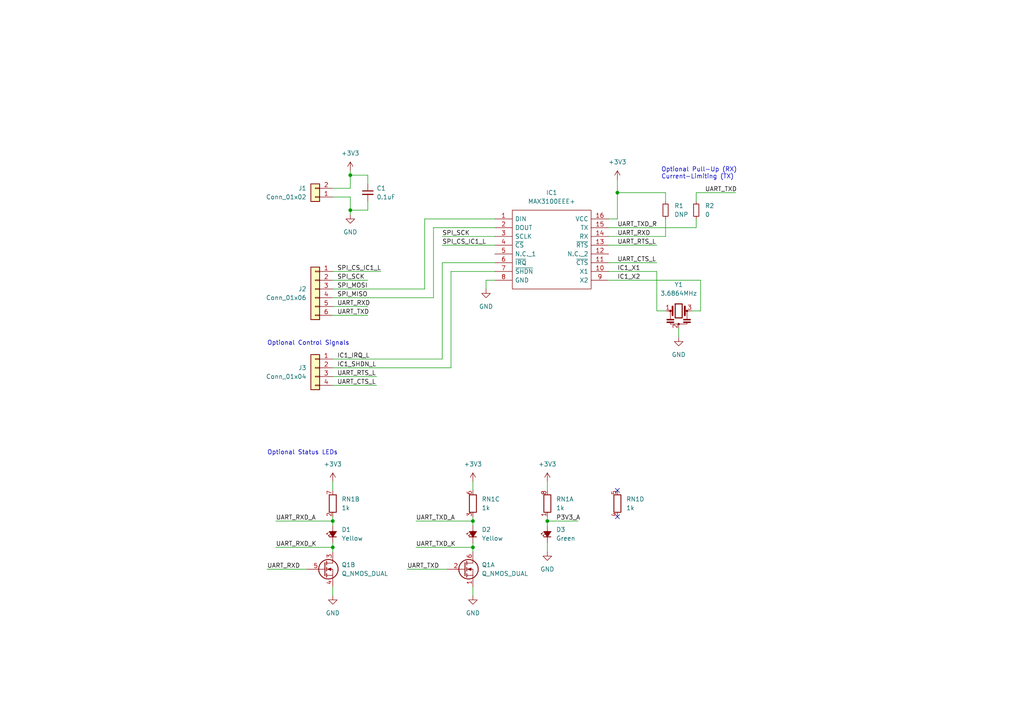
<source format=kicad_sch>
(kicad_sch (version 20211123) (generator eeschema)
  (paper "A4")
  (title_block (title "MAX3100 UART Adapter") (date "2022-08-13") (rev "P1") (company "Designed By: Ian Hartwig") (comment 1 "Breakout Adapter for SPI-UART with pin layout matching mate-net-monitor baseboard"))
  (lib_symbols
    (symbol "Connector_Generic:Conn_01x02" (pin_names (offset 1.016) hide)
      (property "Reference" "J" (at 0 2.54 0))
      (property "Value" "Conn_01x02" (at 0 -5.08 0))
      (symbol "Conn_01x02_1_1"
        (rectangle (start -1.27 -2.413) (end 0 -2.667) (stroke (width 0.1524)))
        (rectangle (start -1.27 0.127) (end 0 -0.127) (stroke (width 0.1524)))
        (rectangle (start -1.27 1.27) (end 1.27 -3.81) (stroke (width 0.254)) (fill (type background)))
        (pin passive line (at -5.08 0 0) (length 3.81) (name "Pin_1") (number "1"))
        (pin passive line (at -5.08 -2.54 0) (length 3.81) (name "Pin_2") (number "2"))
      )
    )
    (symbol "Connector_Generic:Conn_01x04" (pin_names (offset 1.016) hide)
      (property "Reference" "J" (at 0 5.08 0))
      (property "Value" "Conn_01x04" (at 0 -7.62 0))
      (symbol "Conn_01x04_1_1"
        (rectangle (start -1.27 -4.953) (end 0 -5.207) (stroke (width 0.1524)))
        (rectangle (start -1.27 -2.413) (end 0 -2.667) (stroke (width 0.1524)))
        (rectangle (start -1.27 0.127) (end 0 -0.127) (stroke (width 0.1524)))
        (rectangle (start -1.27 2.667) (end 0 2.413) (stroke (width 0.1524)))
        (rectangle (start -1.27 3.81) (end 1.27 -6.35) (stroke (width 0.254)) (fill (type background)))
        (pin passive line (at -5.08 2.54 0) (length 3.81) (name "Pin_1") (number "1"))
        (pin passive line (at -5.08 0 0) (length 3.81) (name "Pin_2") (number "2"))
        (pin passive line (at -5.08 -2.54 0) (length 3.81) (name "Pin_3") (number "3"))
        (pin passive line (at -5.08 -5.08 0) (length 3.81) (name "Pin_4") (number "4"))
      )
    )
    (symbol "Connector_Generic:Conn_01x06" (pin_names (offset 1.016) hide)
      (property "Reference" "J" (at 0 7.62 0))
      (property "Value" "Conn_01x06" (at 0 -10.16 0))
      (symbol "Conn_01x06_1_1"
        (rectangle (start -1.27 -7.493) (end 0 -7.747) (stroke (width 0.1524)))
        (rectangle (start -1.27 -4.953) (end 0 -5.207) (stroke (width 0.1524)))
        (rectangle (start -1.27 -2.413) (end 0 -2.667) (stroke (width 0.1524)))
        (rectangle (start -1.27 0.127) (end 0 -0.127) (stroke (width 0.1524)))
        (rectangle (start -1.27 2.667) (end 0 2.413) (stroke (width 0.1524)))
        (rectangle (start -1.27 5.207) (end 0 4.953) (stroke (width 0.1524)))
        (rectangle (start -1.27 6.35) (end 1.27 -8.89) (stroke (width 0.254)) (fill (type background)))
        (pin passive line (at -5.08 5.08 0) (length 3.81) (name "Pin_1") (number "1"))
        (pin passive line (at -5.08 2.54 0) (length 3.81) (name "Pin_2") (number "2"))
        (pin passive line (at -5.08 0 0) (length 3.81) (name "Pin_3") (number "3"))
        (pin passive line (at -5.08 -2.54 0) (length 3.81) (name "Pin_4") (number "4"))
        (pin passive line (at -5.08 -5.08 0) (length 3.81) (name "Pin_5") (number "5"))
        (pin passive line (at -5.08 -7.62 0) (length 3.81) (name "Pin_6") (number "6"))
      )
    )
    (symbol "Device:C_Small" (pin_numbers hide) (pin_names (offset 0.254) hide)
      (property "Reference" "C" (at 0.254 1.778 0))
      (property "Value" "C_Small" (at 0.254 -2.032 0))
      (symbol "C_Small_0_1"
        (polyline (pts (xy -1.524 -0.508) (xy 1.524 -0.508)) (stroke (width 0.3302)))
        (polyline (pts (xy -1.524 0.508) (xy 1.524 0.508)) (stroke (width 0.3048)))
      )
      (symbol "C_Small_1_1"
        (pin passive line (at 0 2.54 270) (length 2.032) (name "~") (number "1"))
        (pin passive line (at 0 -2.54 90) (length 2.032) (name "~") (number "2"))
      )
    )
    (symbol "Device:LED_Small_Filled" (pin_numbers hide) (pin_names (offset 0.254) hide)
      (property "Reference" "D" (at -1.27 3.175 0))
      (property "Value" "LED_Small_Filled" (at -4.445 -2.54 0))
      (symbol "LED_Small_Filled_0_1"
        (polyline (pts (xy -0.762 -1.016) (xy -0.762 1.016)) (stroke (width 0.254)))
        (polyline (pts (xy 1.016 0) (xy -0.762 0)))
        (polyline (pts (xy 0.762 -1.016) (xy -0.762 0) (xy 0.762 1.016) (xy 0.762 -1.016)) (stroke (width 0.254)) (fill (type outline)))
        (polyline (pts (xy 0 0.762) (xy -0.508 1.27) (xy -0.254 1.27) (xy -0.508 1.27) (xy -0.508 1.016)))
        (polyline (pts (xy 0.508 1.27) (xy 0 1.778) (xy 0.254 1.778) (xy 0 1.778) (xy 0 1.524)))
      )
      (symbol "LED_Small_Filled_1_1"
        (pin passive line (at -2.54 0 0) (length 1.778) (name "K") (number "1"))
        (pin passive line (at 2.54 0 180) (length 1.778) (name "A") (number "2"))
      )
    )
    (symbol "Device:R_Small" (pin_numbers hide) (pin_names (offset 0.254) hide)
      (property "Reference" "R" (at 0.762 0.508 0))
      (property "Value" "R_Small" (at 0.762 -1.016 0))
      (symbol "R_Small_0_1"
        (rectangle (start -0.762 1.778) (end 0.762 -1.778) (stroke (width 0.2032)))
      )
      (symbol "R_Small_1_1"
        (pin passive line (at 0 2.54 270) (length 0.762) (name "~") (number "1"))
        (pin passive line (at 0 -2.54 90) (length 0.762) (name "~") (number "2"))
      )
    )
    (symbol "Device:Resonator" (pin_names (offset 1.016) hide)
      (property "Reference" "Y" (at 0 5.715 0))
      (property "Value" "Resonator" (at 0 3.81 0))
      (symbol "Resonator_0_1"
        (rectangle (start -3.429 -3.175) (end -1.397 -3.429) (fill (type outline)))
        (rectangle (start -3.429 -2.413) (end -1.397 -2.667) (fill (type outline)))
        (circle (center -2.413 0) (radius 0.254) (fill (type outline)))
        (rectangle (start -1.016 2.032) (end 1.016 -2.032) (stroke (width 0.3048)))
        (circle (center 0 -3.81) (radius 0.254) (fill (type outline)))
        (polyline (pts (xy -2.413 -2.413) (xy -2.413 0)))
        (polyline (pts (xy -1.905 0) (xy -3.175 0)))
        (polyline (pts (xy -1.778 -1.27) (xy -1.778 1.27)) (stroke (width 0.508)))
        (polyline (pts (xy 1.778 -1.27) (xy 1.778 1.27)) (stroke (width 0.508)))
        (polyline (pts (xy 1.905 0) (xy 2.54 0)))
        (polyline (pts (xy 2.413 0) (xy 2.413 -2.54)))
        (polyline (pts (xy 2.413 -3.302) (xy 2.413 -3.81) (xy -2.413 -3.81) (xy -2.413 -3.302)))
        (rectangle (start 1.397 -3.175) (end 3.429 -3.429) (fill (type outline)))
        (rectangle (start 1.397 -2.413) (end 3.429 -2.667) (fill (type outline)))
        (circle (center 2.413 0) (radius 0.254) (fill (type outline)))
      )
      (symbol "Resonator_1_1"
        (pin passive line (at -3.81 0 0) (length 1.27) (name "1") (number "1"))
        (pin passive line (at 0 -5.08 90) (length 1.27) (name "2") (number "2"))
        (pin passive line (at 3.81 0 180) (length 1.27) (name "3") (number "3"))
      )
    )
    (symbol "max3100-uart-adpt-special:MAX3100EEE+" (pin_names (offset 0.762))
      (property "Reference" "IC" (at 29.21 7.62 0))
      (property "Value" "MAX3100EEE+" (at 29.21 5.08 0))
      (symbol "MAX3100EEE+_0_0"
        (pin passive line (at 0 0 0) (length 5.08) (name "DIN") (number "1"))
        (pin passive line (at 33.02 -15.24 180) (length 5.08) (name "X1") (number "10"))
        (pin passive line (at 33.02 -12.7 180) (length 5.08) (name "~{CTS}") (number "11"))
        (pin passive line (at 33.02 -10.16 180) (length 5.08) (name "N.C._2") (number "12"))
        (pin passive line (at 33.02 -7.62 180) (length 5.08) (name "~{RTS}") (number "13"))
        (pin passive line (at 33.02 -5.08 180) (length 5.08) (name "RX") (number "14"))
        (pin passive line (at 33.02 -2.54 180) (length 5.08) (name "TX") (number "15"))
        (pin passive line (at 33.02 0 180) (length 5.08) (name "VCC") (number "16"))
        (pin passive line (at 0 -2.54 0) (length 5.08) (name "DOUT") (number "2"))
        (pin passive line (at 0 -5.08 0) (length 5.08) (name "SCLK") (number "3"))
        (pin passive line (at 0 -7.62 0) (length 5.08) (name "~{CS}") (number "4"))
        (pin passive line (at 0 -10.16 0) (length 5.08) (name "N.C._1") (number "5"))
        (pin passive line (at 0 -12.7 0) (length 5.08) (name "~{IRQ}") (number "6"))
        (pin passive line (at 0 -15.24 0) (length 5.08) (name "~{SHDN}") (number "7"))
        (pin passive line (at 0 -17.78 0) (length 5.08) (name "GND") (number "8"))
        (pin passive line (at 33.02 -17.78 180) (length 5.08) (name "X2") (number "9"))
      )
      (symbol "MAX3100EEE+_0_1"
        (polyline (pts (xy 5.08 2.54) (xy 27.94 2.54) (xy 27.94 -20.32) (xy 5.08 -20.32) (xy 5.08 2.54)) (stroke (width 0.1524)))
      )
    )
    (symbol "max3100-uart-adpt-special:Q_NMOS_DUAL" (pin_names (offset 0) hide)
      (property "Reference" "Q" (at 5.08 1.27 0))
      (property "Value" "Q_NMOS_DUAL" (at 5.08 -1.27 0))
      (symbol "Q_NMOS_DUAL_0_1"
        (polyline (pts (xy 0.762 -1.778) (xy 2.54 -1.778)))
        (polyline (pts (xy 0.762 -1.27) (xy 0.762 -2.286)) (stroke (width 0.254)))
        (polyline (pts (xy 0.762 0) (xy 2.54 0)))
        (polyline (pts (xy 0.762 0.508) (xy 0.762 -0.508)) (stroke (width 0.254)))
        (polyline (pts (xy 0.762 1.778) (xy 2.54 1.778)))
        (polyline (pts (xy 0.762 2.286) (xy 0.762 1.27)) (stroke (width 0.254)))
        (polyline (pts (xy 2.54 -1.778) (xy 2.54 -2.54)))
        (polyline (pts (xy 2.54 -1.778) (xy 2.54 0)))
        (polyline (pts (xy 2.54 2.54) (xy 2.54 1.778)))
        (polyline (pts (xy 0.254 1.905) (xy 0.254 -1.905) (xy 0.254 -1.905)) (stroke (width 0.254)))
        (polyline (pts (xy 1.016 0) (xy 2.032 0.381) (xy 2.032 -0.381) (xy 1.016 0)) (fill (type outline)))
        (circle (center 1.27 0) (radius 2.8194) (stroke (width 0.254)))
      )
      (symbol "Q_NMOS_DUAL_1_1"
        (pin passive line (at 2.54 -5.08 90) (length 2.54) (name "S") (number "1"))
        (pin input line (at -5.08 0 0) (length 5.334) (name "G") (number "2"))
        (pin passive line (at 2.54 5.08 270) (length 2.54) (name "D") (number "6"))
      )
      (symbol "Q_NMOS_DUAL_2_1"
        (pin passive line (at 2.54 5.08 270) (length 2.54) (name "D") (number "3"))
        (pin passive line (at 2.54 -5.08 90) (length 2.54) (name "S") (number "4"))
        (pin input line (at -5.08 0 0) (length 5.334) (name "G") (number "5"))
      )
    )
    (symbol "max3100-uart-adpt-special:R_Pack04_SMD_Split" (pin_names (offset 0) hide)
      (property "Reference" "RN" (at 2.032 0 90))
      (property "Value" "R_Pack04_SMD_Split" (at 0 0 90))
      (symbol "R_Pack04_SMD_Split_0_1"
        (rectangle (start 1.016 2.54) (end -1.016 -2.54) (stroke (width 0.254)))
      )
      (symbol "R_Pack04_SMD_Split_1_1"
        (pin passive line (at 0 -3.81 90) (length 1.27) (name "R1.1") (number "1"))
        (pin passive line (at 0 3.81 270) (length 1.27) (name "R1.2") (number "8"))
      )
      (symbol "R_Pack04_SMD_Split_2_1"
        (pin passive line (at 0 -3.81 90) (length 1.27) (name "R1.1") (number "2"))
        (pin passive line (at 0 3.81 270) (length 1.27) (name "R1.2") (number "7"))
      )
      (symbol "R_Pack04_SMD_Split_3_1"
        (pin passive line (at 0 -3.81 90) (length 1.27) (name "R1.1") (number "3"))
        (pin passive line (at 0 3.81 270) (length 1.27) (name "R1.2") (number "6"))
      )
      (symbol "R_Pack04_SMD_Split_4_1"
        (pin passive line (at 0 -3.81 90) (length 1.27) (name "R1.1") (number "4"))
        (pin passive line (at 0 3.81 270) (length 1.27) (name "R1.2") (number "5"))
      )
    )
    (symbol "power:+3V3" (power) (pin_names (offset 0))
      (property "Value" "+3V3" (at 0 3.556 0))
      (symbol "+3V3_0_1"
        (polyline (pts (xy -0.762 1.27) (xy 0 2.54)))
        (polyline (pts (xy 0 0) (xy 0 2.54)))
        (polyline (pts (xy 0 2.54) (xy 0.762 1.27)))
      )
      (symbol "+3V3_1_1"
        (pin power_in line (at 0 0 90) (length 0) hide (name "+3V3") (number "1"))
      )
    )
    (symbol "power:GND" (power) (pin_names (offset 0))
      (property "Value" "GND" (at 0 -3.81 0))
      (symbol "GND_0_1"
        (polyline (pts (xy 0 0) (xy 0 -1.27) (xy 1.27 -1.27) (xy 0 -2.54) (xy -1.27 -1.27) (xy 0 -1.27)))
      )
      (symbol "GND_1_1"
        (pin power_in line (at 0 0 270) (length 0) hide (name "GND") (number "1"))
      )
    )
  )
  (junction (at 101.6 60.96))
  (junction (at 101.6 50.8))
  (junction (at 137.16 151.13))
  (junction (at 179.07 55.88))
  (junction (at 96.52 158.75))
  (junction (at 96.52 151.13))
  (junction (at 137.16 158.75))
  (junction (at 158.75 151.13))
  (no_connect (at 179.07 142.24))
  (no_connect (at 179.07 149.86))
  (wire (pts (xy 201.93 58.42) (xy 201.93 55.88)))
  (wire (pts (xy 96.52 91.44) (xy 106.68 91.44)))
  (wire (pts (xy 96.52 157.48) (xy 96.52 158.75)))
  (wire (pts (xy 137.16 139.7) (xy 137.16 142.24)))
  (wire (pts (xy 101.6 57.15) (xy 96.52 57.15)))
  (wire (pts (xy 96.52 81.28) (xy 106.68 81.28)))
  (wire (pts (xy 128.27 68.58) (xy 143.51 68.58)))
  (wire (pts (xy 80.01 151.13) (xy 96.52 151.13)))
  (wire (pts (xy 179.07 55.88) (xy 179.07 63.5)))
  (wire (pts (xy 190.5 90.17) (xy 193.04 90.17)))
  (wire (pts (xy 106.68 60.96) (xy 101.6 60.96)))
  (wire (pts (xy 140.97 83.82) (xy 140.97 81.28)))
  (wire (pts (xy 96.52 111.76) (xy 109.22 111.76)))
  (wire (pts (xy 96.52 139.7) (xy 96.52 142.24)))
  (wire (pts (xy 179.07 52.07) (xy 179.07 55.88)))
  (wire (pts (xy 143.51 78.74) (xy 130.81 78.74)))
  (wire (pts (xy 158.75 157.48) (xy 158.75 160.02)))
  (wire (pts (xy 158.75 139.7) (xy 158.75 142.24)))
  (wire (pts (xy 158.75 149.86) (xy 158.75 151.13)))
  (wire (pts (xy 80.01 158.75) (xy 96.52 158.75)))
  (wire (pts (xy 137.16 157.48) (xy 137.16 158.75)))
  (wire (pts (xy 96.52 149.86) (xy 96.52 151.13)))
  (wire (pts (xy 118.11 165.1) (xy 129.54 165.1)))
  (wire (pts (xy 176.53 68.58) (xy 193.04 68.58)))
  (wire (pts (xy 158.75 151.13) (xy 158.75 152.4)))
  (wire (pts (xy 106.68 58.42) (xy 106.68 60.96)))
  (wire (pts (xy 101.6 54.61) (xy 96.52 54.61)))
  (wire (pts (xy 128.27 104.14) (xy 128.27 76.2)))
  (wire (pts (xy 193.04 63.5) (xy 193.04 68.58)))
  (wire (pts (xy 158.75 151.13) (xy 167.64 151.13)))
  (wire (pts (xy 143.51 66.04) (xy 125.73 66.04)))
  (wire (pts (xy 179.07 63.5) (xy 176.53 63.5)))
  (wire (pts (xy 125.73 66.04) (xy 125.73 86.36)))
  (wire (pts (xy 137.16 149.86) (xy 137.16 151.13)))
  (wire (pts (xy 101.6 50.8) (xy 101.6 54.61)))
  (wire (pts (xy 201.93 55.88) (xy 213.36 55.88)))
  (wire (pts (xy 140.97 81.28) (xy 143.51 81.28)))
  (wire (pts (xy 101.6 49.53) (xy 101.6 50.8)))
  (wire (pts (xy 120.65 158.75) (xy 137.16 158.75)))
  (wire (pts (xy 203.2 81.28) (xy 203.2 90.17)))
  (wire (pts (xy 130.81 78.74) (xy 130.81 106.68)))
  (wire (pts (xy 193.04 55.88) (xy 179.07 55.88)))
  (wire (pts (xy 96.52 86.36) (xy 125.73 86.36)))
  (wire (pts (xy 128.27 76.2) (xy 143.51 76.2)))
  (wire (pts (xy 96.52 78.74) (xy 110.49 78.74)))
  (wire (pts (xy 176.53 76.2) (xy 190.5 76.2)))
  (wire (pts (xy 123.19 63.5) (xy 143.51 63.5)))
  (wire (pts (xy 176.53 66.04) (xy 201.93 66.04)))
  (wire (pts (xy 193.04 58.42) (xy 193.04 55.88)))
  (wire (pts (xy 137.16 170.18) (xy 137.16 172.72)))
  (wire (pts (xy 176.53 81.28) (xy 203.2 81.28)))
  (wire (pts (xy 190.5 78.74) (xy 190.5 90.17)))
  (wire (pts (xy 203.2 90.17) (xy 200.66 90.17)))
  (wire (pts (xy 101.6 60.96) (xy 101.6 57.15)))
  (wire (pts (xy 96.52 109.22) (xy 109.22 109.22)))
  (wire (pts (xy 201.93 66.04) (xy 201.93 63.5)))
  (wire (pts (xy 137.16 158.75) (xy 137.16 160.02)))
  (wire (pts (xy 77.47 165.1) (xy 88.9 165.1)))
  (wire (pts (xy 96.52 151.13) (xy 96.52 152.4)))
  (wire (pts (xy 176.53 78.74) (xy 190.5 78.74)))
  (wire (pts (xy 96.52 104.14) (xy 128.27 104.14)))
  (wire (pts (xy 106.68 50.8) (xy 101.6 50.8)))
  (wire (pts (xy 176.53 71.12) (xy 190.5 71.12)))
  (wire (pts (xy 120.65 151.13) (xy 137.16 151.13)))
  (wire (pts (xy 130.81 106.68) (xy 96.52 106.68)))
  (wire (pts (xy 96.52 158.75) (xy 96.52 160.02)))
  (wire (pts (xy 123.19 83.82) (xy 123.19 63.5)))
  (wire (pts (xy 96.52 83.82) (xy 123.19 83.82)))
  (wire (pts (xy 96.52 88.9) (xy 106.68 88.9)))
  (wire (pts (xy 137.16 151.13) (xy 137.16 152.4)))
  (wire (pts (xy 96.52 170.18) (xy 96.52 172.72)))
  (wire (pts (xy 128.27 71.12) (xy 143.51 71.12)))
  (wire (pts (xy 106.68 53.34) (xy 106.68 50.8)))
  (wire (pts (xy 196.85 95.25) (xy 196.85 97.79)))
  (wire (pts (xy 101.6 62.23) (xy 101.6 60.96)))
  (text "Optional Status LEDs" (at 77.47 132.08 0) (effects (font (size 1.27 1.27)) (justify left bottom)))
  (text "Optional Pull-Up (RX)\nCurrent-Limiting (TX)" (at 191.77 52.07 0) (effects (font (size 1.27 1.27)) (justify left bottom)))
  (text "Optional Control Signals" (at 77.47 100.33 0) (effects (font (size 1.27 1.27)) (justify left bottom)))
  (label "IC1_X1" (at 179.07 78.74 0))
  (label "SPI_SCK" (at 128.27 68.58 0))
  (label "UART_CTS_L" (at 97.79 111.76 0))
  (label "SPI_CS_IC1_L" (at 128.27 71.12 0))
  (label "UART_RXD" (at 97.79 88.9 0))
  (label "UART_TXD" (at 97.79 91.44 0))
  (label "SPI_SCK" (at 97.79 81.28 0))
  (label "UART_RXD_A" (at 80.01 151.13 0))
  (label "SPI_MOSI" (at 97.79 83.82 0))
  (label "UART_RXD_K" (at 80.01 158.75 0))
  (label "P3V3_A" (at 161.29 151.13 0))
  (label "UART_RXD" (at 77.47 165.1 0))
  (label "UART_CTS_L" (at 179.07 76.2 0))
  (label "IC1_X2" (at 179.07 81.28 0))
  (label "UART_TXD_K" (at 120.65 158.75 0))
  (label "SPI_CS_IC1_L" (at 97.79 78.74 0))
  (label "UART_RXD" (at 179.07 68.58 0))
  (label "UART_RTS_L" (at 179.07 71.12 0))
  (label "UART_TXD" (at 118.11 165.1 0))
  (label "IC1_SHDN_L" (at 97.79 106.68 0))
  (label "UART_TXD_R" (at 179.07 66.04 0))
  (label "UART_TXD" (at 204.47 55.88 0))
  (label "UART_RTS_L" (at 97.79 109.22 0))
  (label "SPI_MISO" (at 97.79 86.36 0))
  (label "IC1_IRQ_L" (at 97.79 104.14 0))
  (label "UART_TXD_A" (at 120.65 151.13 0))
  (symbol (lib_id "power:+3V3") (at 179.07 52.07 0) (unit 1)
    (property "Reference" "#PWR010" (effects hide))
    (property "Value" "+3V3" (at 179.07 46.99 0))
  )
  (symbol (lib_id "power:+3V3") (at 158.75 139.7 0) (unit 1)
    (property "Reference" "#PWR08" (effects hide))
    (property "Value" "+3V3" (at 158.75 134.62 0))
  )
  (symbol (lib_id "max3100-uart-adpt-special:R_Pack04_SMD_Split") (at 179.07 146.05 0) (unit 4)
    (property "Reference" "RN1" (at 181.61 144.7799 0) (effects (justify left)))
    (property "Value" "1k" (at 181.61 147.3199 0) (effects (justify left)))
    (property "Footprint" "Resistor_SMD:R_Array_Convex_4x0603" (effects hide))
  )
  (symbol (lib_id "power:+3V3") (at 96.52 139.7 0) (unit 1)
    (property "Reference" "#PWR01" (effects hide))
    (property "Value" "+3V3" (at 96.52 134.62 0))
  )
  (symbol (lib_id "power:GND") (at 196.85 97.79 0) (unit 1)
    (property "Reference" "#PWR011" (effects hide))
    (property "Value" "GND" (at 196.85 102.87 0))
  )
  (symbol (lib_id "power:GND") (at 158.75 160.02 0) (unit 1)
    (property "Reference" "#PWR09" (effects hide))
    (property "Value" "GND" (at 158.75 165.1 0))
  )
  (symbol (lib_id "max3100-uart-adpt-special:R_Pack04_SMD_Split") (at 158.75 146.05 0) (unit 1)
    (property "Reference" "RN1" (at 161.29 144.7799 0) (effects (justify left)))
    (property "Value" "1k" (at 161.29 147.3199 0) (effects (justify left)))
    (property "Footprint" "Resistor_SMD:R_Array_Convex_4x0603" (effects hide))
  )
  (symbol (lib_id "power:+3V3") (at 137.16 139.7 0) (unit 1)
    (property "Reference" "#PWR05" (effects hide))
    (property "Value" "+3V3" (at 137.16 134.62 0))
  )
  (symbol (lib_id "max3100-uart-adpt-special:Q_NMOS_DUAL") (at 134.62 165.1 0) (unit 1)
    (property "Reference" "Q1" (at 139.7 163.8299 0) (effects (justify left)))
    (property "Value" "Q_NMOS_DUAL" (at 139.7 166.3699 0) (effects (justify left)))
    (property "Footprint" "Package_TO_SOT_SMD:SOT-23-6" (effects hide))
  )
  (symbol (lib_id "Device:LED_Small_Filled") (at 158.75 154.94 90) (unit 1)
    (property "Reference" "D3" (at 161.29 153.6064 90) (effects (justify right)))
    (property "Value" "Green" (at 161.29 156.1464 90) (effects (justify right)))
    (property "Footprint" "LED_SMD:LED_0603_1608Metric" (effects hide))
  )
  (symbol (lib_id "Connector_Generic:Conn_01x06") (at 91.44 83.82 0) (mirror y) (unit 1)
    (property "Reference" "J2" (at 88.9 83.8199 0) (effects (justify left)))
    (property "Value" "Conn_01x06" (at 88.9 86.3599 0) (effects (justify left)))
    (property "Footprint" "Connector_PinHeader_2.54mm:PinHeader_1x06_P2.54mm_Vertical" (effects hide))
  )
  (symbol (lib_id "Device:R_Small") (at 201.93 60.96 0) (unit 1)
    (property "Reference" "R2" (at 204.47 59.6899 0) (effects (justify left)))
    (property "Value" "0" (at 204.47 62.2299 0) (effects (justify left)))
    (property "Footprint" "Resistor_SMD:R_0805_2012Metric" (effects hide))
  )
  (symbol (lib_id "max3100-uart-adpt-special:Q_NMOS_DUAL") (at 93.98 165.1 0) (unit 2)
    (property "Reference" "Q1" (at 99.06 163.8299 0) (effects (justify left)))
    (property "Value" "Q_NMOS_DUAL" (at 99.06 166.3699 0) (effects (justify left)))
    (property "Footprint" "Package_TO_SOT_SMD:SOT-23-6" (effects hide))
  )
  (symbol (lib_id "power:GND") (at 101.6 62.23 0) (unit 1)
    (property "Reference" "#PWR04" (effects hide))
    (property "Value" "GND" (at 101.6 67.31 0))
  )
  (symbol (lib_id "max3100-uart-adpt-special:MAX3100EEE+") (at 143.51 63.5 0) (unit 1)
    (property "Reference" "IC1" (at 160.02 55.88 0))
    (property "Value" "MAX3100EEE+" (at 160.02 58.42 0))
    (property "Footprint" "max3100-uart-adpt-special:SOP64P602X175-16N" (effects hide))
    (property "Datasheet" "http://datasheets.maximintegrated.com/en/ds/MAX3100.pdf" (effects hide))
    (property "Description" "Microwire-Compatible UART, MAX3100EEE+ MAX3100EEE+, Universal Asynchronous Receiver & Transmitter IrDA 0.23MBd, 2.7  5.5 V, 16-Pin, QSOP" (effects hide))
    (property "Height" "1.75" (effects hide))
    (property "Manufacturer_Name" "Maxim Integrated" (effects hide))
    (property "Manufacturer_Part_Number" "MAX3100EEE+" (effects hide))
    (property "Mouser Part Number" "700-MAX3100EEE" (effects hide))
    (property "Mouser Price/Stock" "https://www.mouser.co.uk/ProductDetail/Maxim-Integrated/MAX3100EEE%2b?qs=1THa7WoU59HX0mkOQlemsA%3D%3D" (effects hide))
  )
  (symbol (lib_id "Device:LED_Small_Filled") (at 96.52 154.94 90) (unit 1)
    (property "Reference" "D1" (at 99.06 153.6064 90) (effects (justify right)))
    (property "Value" "Yellow" (at 99.06 156.1464 90) (effects (justify right)))
    (property "Footprint" "LED_SMD:LED_0603_1608Metric" (effects hide))
  )
  (symbol (lib_id "max3100-uart-adpt-special:R_Pack04_SMD_Split") (at 96.52 146.05 0) (unit 2)
    (property "Reference" "RN1" (at 99.06 144.7799 0) (effects (justify left)))
    (property "Value" "1k" (at 99.06 147.3199 0) (effects (justify left)))
    (property "Footprint" "Resistor_SMD:R_Array_Convex_4x0603" (effects hide))
  )
  (symbol (lib_id "Device:Resonator") (at 196.85 90.17 0) (unit 1)
    (property "Reference" "Y1" (at 196.85 82.55 0))
    (property "Value" "3.6864MHz" (at 196.85 85.09 0))
    (property "Footprint" "max3100-uart-adpt-special:AWSCR368CPLAC30T4" (effects hide))
  )
  (symbol (lib_id "Device:R_Small") (at 193.04 60.96 0) (unit 1)
    (property "Reference" "R1" (at 195.58 59.6899 0) (effects (justify left)))
    (property "Value" "DNP" (at 195.58 62.2299 0) (effects (justify left)))
    (property "Footprint" "Resistor_SMD:R_0805_2012Metric" (effects hide))
  )
  (symbol (lib_id "power:GND") (at 137.16 172.72 0) (unit 1)
    (property "Reference" "#PWR06" (effects hide))
    (property "Value" "GND" (at 137.16 177.8 0))
  )
  (symbol (lib_id "power:+3V3") (at 101.6 49.53 0) (unit 1)
    (property "Reference" "#PWR03" (effects hide))
    (property "Value" "+3V3" (at 101.6 44.45 0))
  )
  (symbol (lib_id "Device:C_Small") (at 106.68 55.88 0) (unit 1)
    (property "Reference" "C1" (at 109.22 54.6162 0) (effects (justify left)))
    (property "Value" "0.1uF" (at 109.22 57.1562 0) (effects (justify left)))
    (property "Footprint" "Capacitor_SMD:C_0805_2012Metric" (effects hide))
  )
  (symbol (lib_id "max3100-uart-adpt-special:R_Pack04_SMD_Split") (at 137.16 146.05 0) (unit 3)
    (property "Reference" "RN1" (at 139.7 144.7799 0) (effects (justify left)))
    (property "Value" "1k" (at 139.7 147.3199 0) (effects (justify left)))
    (property "Footprint" "Resistor_SMD:R_Array_Convex_4x0603" (effects hide))
  )
  (symbol (lib_id "power:GND") (at 96.52 172.72 0) (unit 1)
    (property "Reference" "#PWR02" (effects hide))
    (property "Value" "GND" (at 96.52 177.8 0))
  )
  (symbol (lib_id "Connector_Generic:Conn_01x02") (at 91.44 57.15 180) (unit 1)
    (property "Reference" "J1" (at 88.9 54.61 0) (effects (justify left)))
    (property "Value" "Conn_01x02" (at 88.9 57.15 0) (effects (justify left)))
    (property "Footprint" "Connector_PinHeader_2.54mm:PinHeader_1x02_P2.54mm_Vertical" (effects hide))
  )
  (symbol (lib_id "Connector_Generic:Conn_01x04") (at 91.44 106.68 0) (mirror y) (unit 1)
    (property "Reference" "J3" (at 88.9 106.68 0) (effects (justify left)))
    (property "Value" "Conn_01x04" (at 88.9 109.22 0) (effects (justify left)))
    (property "Footprint" "Connector_PinHeader_2.54mm:PinHeader_1x04_P2.54mm_Vertical" (effects hide))
  )
  (symbol (lib_id "power:GND") (at 140.97 83.82 0) (unit 1)
    (property "Reference" "#PWR07" (effects hide))
    (property "Value" "GND" (at 140.97 88.9 0))
  )
  (symbol (lib_id "Device:LED_Small_Filled") (at 137.16 154.94 90) (unit 1)
    (property "Reference" "D2" (at 139.7 153.6064 90) (effects (justify right)))
    (property "Value" "Yellow" (at 139.7 156.1464 90) (effects (justify right)))
    (property "Footprint" "LED_SMD:LED_0603_1608Metric" (effects hide))
  )
)
</source>
